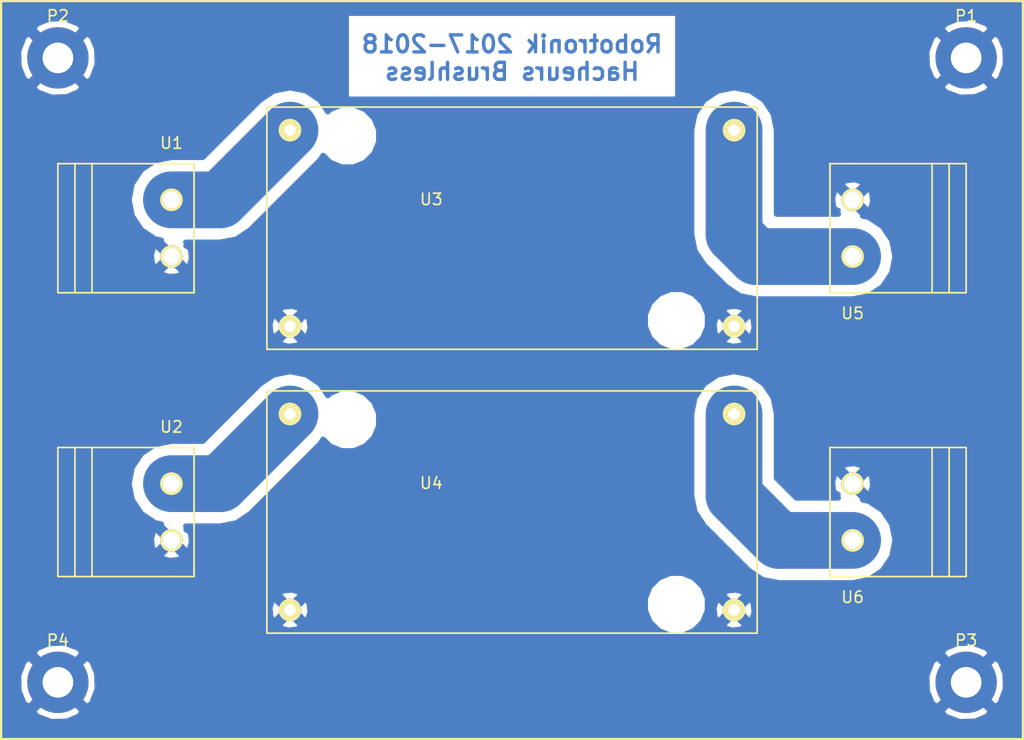
<source format=kicad_pcb>
(kicad_pcb (version 4) (host pcbnew 4.0.2+dfsg1-stable)

  (general
    (links 15)
    (no_connects 0)
    (area 134.591667 89.875 225.408334 155.100001)
    (thickness 1.6)
    (drawings 5)
    (tracks 10)
    (zones 0)
    (modules 10)
    (nets 6)
  )

  (page A4)
  (layers
    (0 F.Cu signal)
    (31 B.Cu signal)
    (32 B.Adhes user)
    (33 F.Adhes user)
    (34 B.Paste user)
    (35 F.Paste user)
    (36 B.SilkS user)
    (37 F.SilkS user)
    (38 B.Mask user)
    (39 F.Mask user)
    (40 Dwgs.User user)
    (41 Cmts.User user)
    (42 Eco1.User user)
    (43 Eco2.User user)
    (44 Edge.Cuts user)
    (45 Margin user)
    (46 B.CrtYd user)
    (47 F.CrtYd user)
    (48 B.Fab user)
    (49 F.Fab user)
  )

  (setup
    (last_trace_width 5)
    (trace_clearance 0.5)
    (zone_clearance 0.508)
    (zone_45_only no)
    (trace_min 0.2)
    (segment_width 0.2)
    (edge_width 0.15)
    (via_size 0.6)
    (via_drill 0.4)
    (via_min_size 0.4)
    (via_min_drill 0.3)
    (uvia_size 0.3)
    (uvia_drill 0.1)
    (uvias_allowed no)
    (uvia_min_size 0.2)
    (uvia_min_drill 0.1)
    (pcb_text_width 0.3)
    (pcb_text_size 1.5 1.5)
    (mod_edge_width 0.15)
    (mod_text_size 1 1)
    (mod_text_width 0.15)
    (pad_size 1.524 1.524)
    (pad_drill 0.762)
    (pad_to_mask_clearance 0.2)
    (aux_axis_origin 0 0)
    (visible_elements FFFFFF7F)
    (pcbplotparams
      (layerselection 0x00000_80000000)
      (usegerberextensions false)
      (excludeedgelayer true)
      (linewidth 0.100000)
      (plotframeref false)
      (viasonmask false)
      (mode 1)
      (useauxorigin false)
      (hpglpennumber 1)
      (hpglpenspeed 20)
      (hpglpendiameter 15)
      (hpglpenoverlay 2)
      (psnegative false)
      (psa4output false)
      (plotreference true)
      (plotvalue true)
      (plotinvisibletext false)
      (padsonsilk false)
      (subtractmaskfromsilk false)
      (outputformat 4)
      (mirror false)
      (drillshape 2)
      (scaleselection 1)
      (outputdirectory ""))
  )

  (net 0 "")
  (net 1 GND)
  (net 2 "Net-(U1-Pad1)")
  (net 3 "Net-(U2-Pad1)")
  (net 4 "Net-(U3-Pad4)")
  (net 5 "Net-(U4-Pad4)")

  (net_class Default "This is the default net class."
    (clearance 0.5)
    (trace_width 5)
    (via_dia 0.6)
    (via_drill 0.4)
    (uvia_dia 0.3)
    (uvia_drill 0.1)
    (add_net GND)
    (add_net "Net-(U1-Pad1)")
    (add_net "Net-(U2-Pad1)")
    (add_net "Net-(U3-Pad4)")
    (add_net "Net-(U4-Pad4)")
  )

  (module Mounting_Holes:MountingHole_2.7mm_Pad (layer F.Cu) (tedit 56D1B4CB) (tstamp 5A78CE3E)
    (at 220 95)
    (descr "Mounting Hole 2.7mm")
    (tags "mounting hole 2.7mm")
    (path /5A78CED5)
    (fp_text reference P1 (at 0 -3.7) (layer F.SilkS)
      (effects (font (size 1 1) (thickness 0.15)))
    )
    (fp_text value CONN_01X01 (at 0 3.7) (layer F.Fab)
      (effects (font (size 1 1) (thickness 0.15)))
    )
    (fp_circle (center 0 0) (end 2.7 0) (layer Cmts.User) (width 0.15))
    (fp_circle (center 0 0) (end 2.95 0) (layer F.CrtYd) (width 0.05))
    (pad 1 thru_hole circle (at 0 0) (size 5.4 5.4) (drill 2.7) (layers *.Cu *.Mask)
      (net 1 GND))
  )

  (module Mounting_Holes:MountingHole_2.7mm_Pad (layer F.Cu) (tedit 56D1B4CB) (tstamp 5A78CE43)
    (at 140 95)
    (descr "Mounting Hole 2.7mm")
    (tags "mounting hole 2.7mm")
    (path /5A78D273)
    (fp_text reference P2 (at 0 -3.7) (layer F.SilkS)
      (effects (font (size 1 1) (thickness 0.15)))
    )
    (fp_text value CONN_01X01 (at 0 3.7) (layer F.Fab)
      (effects (font (size 1 1) (thickness 0.15)))
    )
    (fp_circle (center 0 0) (end 2.7 0) (layer Cmts.User) (width 0.15))
    (fp_circle (center 0 0) (end 2.95 0) (layer F.CrtYd) (width 0.05))
    (pad 1 thru_hole circle (at 0 0) (size 5.4 5.4) (drill 2.7) (layers *.Cu *.Mask)
      (net 1 GND))
  )

  (module Mounting_Holes:MountingHole_2.7mm_Pad (layer F.Cu) (tedit 56D1B4CB) (tstamp 5A78CE48)
    (at 220 150)
    (descr "Mounting Hole 2.7mm")
    (tags "mounting hole 2.7mm")
    (path /5A78D3BE)
    (fp_text reference P3 (at 0 -3.7) (layer F.SilkS)
      (effects (font (size 1 1) (thickness 0.15)))
    )
    (fp_text value CONN_01X01 (at 0 3.7) (layer F.Fab)
      (effects (font (size 1 1) (thickness 0.15)))
    )
    (fp_circle (center 0 0) (end 2.7 0) (layer Cmts.User) (width 0.15))
    (fp_circle (center 0 0) (end 2.95 0) (layer F.CrtYd) (width 0.05))
    (pad 1 thru_hole circle (at 0 0) (size 5.4 5.4) (drill 2.7) (layers *.Cu *.Mask)
      (net 1 GND))
  )

  (module Mounting_Holes:MountingHole_2.7mm_Pad (layer F.Cu) (tedit 56D1B4CB) (tstamp 5A78CE4D)
    (at 140 150)
    (descr "Mounting Hole 2.7mm")
    (tags "mounting hole 2.7mm")
    (path /5A78D325)
    (fp_text reference P4 (at 0 -3.7) (layer F.SilkS)
      (effects (font (size 1 1) (thickness 0.15)))
    )
    (fp_text value CONN_01X01 (at 0 3.7) (layer F.Fab)
      (effects (font (size 1 1) (thickness 0.15)))
    )
    (fp_circle (center 0 0) (end 2.7 0) (layer Cmts.User) (width 0.15))
    (fp_circle (center 0 0) (end 2.95 0) (layer F.CrtYd) (width 0.05))
    (pad 1 thru_hole circle (at 0 0) (size 5.4 5.4) (drill 2.7) (layers *.Cu *.Mask)
      (net 1 GND))
  )

  (module "dsn2596:B plug 5mm" (layer F.Cu) (tedit 57092EFC) (tstamp 5A78CE53)
    (at 150 110)
    (path /5A78CDC2)
    (fp_text reference U1 (at 0 -7.5) (layer F.SilkS)
      (effects (font (size 1 1) (thickness 0.15)))
    )
    (fp_text value B_Plug_5mm (at 0 -9.5) (layer F.Fab)
      (effects (font (size 1 1) (thickness 0.15)))
    )
    (fp_line (start -8.5 -5.685) (end -8.5 5.685) (layer F.SilkS) (width 0.15))
    (fp_line (start -7 -5.685) (end -7 5.685) (layer F.SilkS) (width 0.15))
    (fp_line (start -10 5.685) (end 0 5.685) (layer F.SilkS) (width 0.15))
    (fp_line (start -10 -5.685) (end -10 5.685) (layer F.SilkS) (width 0.15))
    (fp_line (start 0 -5.685) (end -10 -5.685) (layer F.SilkS) (width 0.15))
    (fp_line (start 2 5.685) (end 0 5.685) (layer F.SilkS) (width 0.15))
    (fp_line (start 2 -5.685) (end 2 5.685) (layer F.SilkS) (width 0.15))
    (fp_line (start 0 -5.685) (end 2 -5.685) (layer F.SilkS) (width 0.15))
    (fp_line (start 2 -5.685) (end 2 5.685) (layer F.SilkS) (width 0.15))
    (pad 1 thru_hole circle (at 0 -2.5) (size 2 2) (drill 1.5) (layers *.Cu *.Mask F.SilkS)
      (net 2 "Net-(U1-Pad1)"))
    (pad 2 thru_hole circle (at 0 2.5) (size 2 2) (drill 1.5) (layers *.Cu *.Mask F.SilkS)
      (net 1 GND))
  )

  (module "dsn2596:B plug 5mm" (layer F.Cu) (tedit 57092EFC) (tstamp 5A78CE59)
    (at 150 135)
    (path /5A78CE4D)
    (fp_text reference U2 (at 0 -7.5) (layer F.SilkS)
      (effects (font (size 1 1) (thickness 0.15)))
    )
    (fp_text value B_Plug_5mm (at 0 -9.5) (layer F.Fab)
      (effects (font (size 1 1) (thickness 0.15)))
    )
    (fp_line (start -8.5 -5.685) (end -8.5 5.685) (layer F.SilkS) (width 0.15))
    (fp_line (start -7 -5.685) (end -7 5.685) (layer F.SilkS) (width 0.15))
    (fp_line (start -10 5.685) (end 0 5.685) (layer F.SilkS) (width 0.15))
    (fp_line (start -10 -5.685) (end -10 5.685) (layer F.SilkS) (width 0.15))
    (fp_line (start 0 -5.685) (end -10 -5.685) (layer F.SilkS) (width 0.15))
    (fp_line (start 2 5.685) (end 0 5.685) (layer F.SilkS) (width 0.15))
    (fp_line (start 2 -5.685) (end 2 5.685) (layer F.SilkS) (width 0.15))
    (fp_line (start 0 -5.685) (end 2 -5.685) (layer F.SilkS) (width 0.15))
    (fp_line (start 2 -5.685) (end 2 5.685) (layer F.SilkS) (width 0.15))
    (pad 1 thru_hole circle (at 0 -2.5) (size 2 2) (drill 1.5) (layers *.Cu *.Mask F.SilkS)
      (net 3 "Net-(U2-Pad1)"))
    (pad 2 thru_hole circle (at 0 2.5) (size 2 2) (drill 1.5) (layers *.Cu *.Mask F.SilkS)
      (net 1 GND))
  )

  (module dsn2596:DSN2596 (layer F.Cu) (tedit 5704CEDC) (tstamp 5A78CE63)
    (at 180 110)
    (path /5A78CD33)
    (fp_text reference U3 (at -7.112 -2.54) (layer F.SilkS)
      (effects (font (size 1 1) (thickness 0.15)))
    )
    (fp_text value DSN2596 (at -7.366 -5.08) (layer F.Fab)
      (effects (font (size 1 1) (thickness 0.15)))
    )
    (fp_line (start 21.59 10.668) (end -21.59 10.668) (layer F.SilkS) (width 0.15))
    (fp_line (start -21.59 -10.668) (end 21.59 -10.668) (layer F.SilkS) (width 0.15))
    (fp_line (start -7.62 0.508) (end -7.62 5.334) (layer B.Paste) (width 0.15))
    (fp_line (start -9.398 0.508) (end -9.398 5.334) (layer B.Paste) (width 0.15))
    (fp_line (start -5.842 0.508) (end -5.842 5.334) (layer B.Paste) (width 0.15))
    (fp_line (start -4.318 0.508) (end -4.318 5.334) (layer B.Paste) (width 0.15))
    (fp_line (start -10.922 0.508) (end -10.922 5.334) (layer B.Paste) (width 0.15))
    (fp_circle (center -17.018 1.016) (end -13.97 3.048) (layer B.Paste) (width 0.15))
    (fp_circle (center 17.78 -2.286) (end 20.066 0.254) (layer B.Paste) (width 0.15))
    (fp_line (start -3.048 0.508) (end -3.048 -8.128) (layer B.Paste) (width 0.15))
    (fp_line (start -3.048 -8.128) (end -11.938 -8.128) (layer B.Paste) (width 0.15))
    (fp_line (start -11.938 -8.128) (end -11.938 0.254) (layer B.Paste) (width 0.15))
    (fp_line (start -11.938 0.254) (end -11.938 0.508) (layer B.Paste) (width 0.15))
    (fp_line (start -11.938 0.508) (end -3.048 0.508) (layer B.Paste) (width 0.15))
    (fp_line (start -1.27 -4.318) (end -1.27 9.144) (layer B.Paste) (width 0.15))
    (fp_line (start -1.27 9.144) (end 12.446 9.144) (layer B.Paste) (width 0.15))
    (fp_line (start 12.446 9.144) (end 12.446 -4.318) (layer B.Paste) (width 0.15))
    (fp_line (start 12.446 -4.318) (end -1.27 -4.318) (layer B.Paste) (width 0.15))
    (fp_line (start 13.462 -5.842) (end 2.032 -5.842) (layer B.Paste) (width 0.15))
    (fp_line (start 2.032 -5.842) (end 2.032 -9.652) (layer B.Paste) (width 0.15))
    (fp_line (start 2.032 -9.652) (end 13.462 -9.652) (layer B.Paste) (width 0.15))
    (fp_line (start 13.462 -9.652) (end 13.462 -5.842) (layer B.Paste) (width 0.15))
    (fp_line (start 21.59 -10.668) (end 21.59 10.668) (layer F.SilkS) (width 0.15))
    (fp_line (start -21.59 10.668) (end -21.59 -10.668) (layer F.SilkS) (width 0.15))
    (pad 1 thru_hole circle (at -19.558 -8.636) (size 2 2) (drill 1) (layers *.Cu *.Mask F.SilkS)
      (net 2 "Net-(U1-Pad1)"))
    (pad 4 thru_hole circle (at 19.558 -8.636) (size 2 2) (drill 1) (layers *.Cu *.Mask F.SilkS)
      (net 4 "Net-(U3-Pad4)"))
    (pad 3 thru_hole circle (at 19.558 8.636) (size 2 2) (drill 1) (layers *.Cu *.Mask F.SilkS)
      (net 1 GND))
    (pad 2 thru_hole circle (at -19.558 8.636) (size 2 2) (drill 1) (layers *.Cu *.Mask F.SilkS)
      (net 1 GND))
    (pad "" np_thru_hole circle (at 14.478 8.128) (size 3 3) (drill 3) (layers *.Cu *.Mask F.SilkS))
    (pad "" np_thru_hole circle (at -14.478 -8.128) (size 3 3) (drill 3) (layers *.Cu *.Mask F.SilkS))
  )

  (module dsn2596:DSN2596 (layer F.Cu) (tedit 5704CEDC) (tstamp 5A78CE6D)
    (at 180 135)
    (path /5A78CDA3)
    (fp_text reference U4 (at -7.112 -2.54) (layer F.SilkS)
      (effects (font (size 1 1) (thickness 0.15)))
    )
    (fp_text value DSN2596 (at -7.366 -5.08) (layer F.Fab)
      (effects (font (size 1 1) (thickness 0.15)))
    )
    (fp_line (start 21.59 10.668) (end -21.59 10.668) (layer F.SilkS) (width 0.15))
    (fp_line (start -21.59 -10.668) (end 21.59 -10.668) (layer F.SilkS) (width 0.15))
    (fp_line (start -7.62 0.508) (end -7.62 5.334) (layer B.Paste) (width 0.15))
    (fp_line (start -9.398 0.508) (end -9.398 5.334) (layer B.Paste) (width 0.15))
    (fp_line (start -5.842 0.508) (end -5.842 5.334) (layer B.Paste) (width 0.15))
    (fp_line (start -4.318 0.508) (end -4.318 5.334) (layer B.Paste) (width 0.15))
    (fp_line (start -10.922 0.508) (end -10.922 5.334) (layer B.Paste) (width 0.15))
    (fp_circle (center -17.018 1.016) (end -13.97 3.048) (layer B.Paste) (width 0.15))
    (fp_circle (center 17.78 -2.286) (end 20.066 0.254) (layer B.Paste) (width 0.15))
    (fp_line (start -3.048 0.508) (end -3.048 -8.128) (layer B.Paste) (width 0.15))
    (fp_line (start -3.048 -8.128) (end -11.938 -8.128) (layer B.Paste) (width 0.15))
    (fp_line (start -11.938 -8.128) (end -11.938 0.254) (layer B.Paste) (width 0.15))
    (fp_line (start -11.938 0.254) (end -11.938 0.508) (layer B.Paste) (width 0.15))
    (fp_line (start -11.938 0.508) (end -3.048 0.508) (layer B.Paste) (width 0.15))
    (fp_line (start -1.27 -4.318) (end -1.27 9.144) (layer B.Paste) (width 0.15))
    (fp_line (start -1.27 9.144) (end 12.446 9.144) (layer B.Paste) (width 0.15))
    (fp_line (start 12.446 9.144) (end 12.446 -4.318) (layer B.Paste) (width 0.15))
    (fp_line (start 12.446 -4.318) (end -1.27 -4.318) (layer B.Paste) (width 0.15))
    (fp_line (start 13.462 -5.842) (end 2.032 -5.842) (layer B.Paste) (width 0.15))
    (fp_line (start 2.032 -5.842) (end 2.032 -9.652) (layer B.Paste) (width 0.15))
    (fp_line (start 2.032 -9.652) (end 13.462 -9.652) (layer B.Paste) (width 0.15))
    (fp_line (start 13.462 -9.652) (end 13.462 -5.842) (layer B.Paste) (width 0.15))
    (fp_line (start 21.59 -10.668) (end 21.59 10.668) (layer F.SilkS) (width 0.15))
    (fp_line (start -21.59 10.668) (end -21.59 -10.668) (layer F.SilkS) (width 0.15))
    (pad 1 thru_hole circle (at -19.558 -8.636) (size 2 2) (drill 1) (layers *.Cu *.Mask F.SilkS)
      (net 3 "Net-(U2-Pad1)"))
    (pad 4 thru_hole circle (at 19.558 -8.636) (size 2 2) (drill 1) (layers *.Cu *.Mask F.SilkS)
      (net 5 "Net-(U4-Pad4)"))
    (pad 3 thru_hole circle (at 19.558 8.636) (size 2 2) (drill 1) (layers *.Cu *.Mask F.SilkS)
      (net 1 GND))
    (pad 2 thru_hole circle (at -19.558 8.636) (size 2 2) (drill 1) (layers *.Cu *.Mask F.SilkS)
      (net 1 GND))
    (pad "" np_thru_hole circle (at 14.478 8.128) (size 3 3) (drill 3) (layers *.Cu *.Mask F.SilkS))
    (pad "" np_thru_hole circle (at -14.478 -8.128) (size 3 3) (drill 3) (layers *.Cu *.Mask F.SilkS))
  )

  (module "dsn2596:B plug 5mm" (layer F.Cu) (tedit 57092EFC) (tstamp 5A78CE73)
    (at 210 110 180)
    (path /5A78CE11)
    (fp_text reference U5 (at 0 -7.5 180) (layer F.SilkS)
      (effects (font (size 1 1) (thickness 0.15)))
    )
    (fp_text value B_Plug_5mm (at 0 -9.5 180) (layer F.Fab)
      (effects (font (size 1 1) (thickness 0.15)))
    )
    (fp_line (start -8.5 -5.685) (end -8.5 5.685) (layer F.SilkS) (width 0.15))
    (fp_line (start -7 -5.685) (end -7 5.685) (layer F.SilkS) (width 0.15))
    (fp_line (start -10 5.685) (end 0 5.685) (layer F.SilkS) (width 0.15))
    (fp_line (start -10 -5.685) (end -10 5.685) (layer F.SilkS) (width 0.15))
    (fp_line (start 0 -5.685) (end -10 -5.685) (layer F.SilkS) (width 0.15))
    (fp_line (start 2 5.685) (end 0 5.685) (layer F.SilkS) (width 0.15))
    (fp_line (start 2 -5.685) (end 2 5.685) (layer F.SilkS) (width 0.15))
    (fp_line (start 0 -5.685) (end 2 -5.685) (layer F.SilkS) (width 0.15))
    (fp_line (start 2 -5.685) (end 2 5.685) (layer F.SilkS) (width 0.15))
    (pad 1 thru_hole circle (at 0 -2.5 180) (size 2 2) (drill 1.5) (layers *.Cu *.Mask F.SilkS)
      (net 4 "Net-(U3-Pad4)"))
    (pad 2 thru_hole circle (at 0 2.5 180) (size 2 2) (drill 1.5) (layers *.Cu *.Mask F.SilkS)
      (net 1 GND))
  )

  (module "dsn2596:B plug 5mm" (layer F.Cu) (tedit 57092EFC) (tstamp 5A78CE79)
    (at 210 135 180)
    (path /5A78CE6F)
    (fp_text reference U6 (at 0 -7.5 180) (layer F.SilkS)
      (effects (font (size 1 1) (thickness 0.15)))
    )
    (fp_text value B_Plug_5mm (at 0 -9.5 180) (layer F.Fab)
      (effects (font (size 1 1) (thickness 0.15)))
    )
    (fp_line (start -8.5 -5.685) (end -8.5 5.685) (layer F.SilkS) (width 0.15))
    (fp_line (start -7 -5.685) (end -7 5.685) (layer F.SilkS) (width 0.15))
    (fp_line (start -10 5.685) (end 0 5.685) (layer F.SilkS) (width 0.15))
    (fp_line (start -10 -5.685) (end -10 5.685) (layer F.SilkS) (width 0.15))
    (fp_line (start 0 -5.685) (end -10 -5.685) (layer F.SilkS) (width 0.15))
    (fp_line (start 2 5.685) (end 0 5.685) (layer F.SilkS) (width 0.15))
    (fp_line (start 2 -5.685) (end 2 5.685) (layer F.SilkS) (width 0.15))
    (fp_line (start 0 -5.685) (end 2 -5.685) (layer F.SilkS) (width 0.15))
    (fp_line (start 2 -5.685) (end 2 5.685) (layer F.SilkS) (width 0.15))
    (pad 1 thru_hole circle (at 0 -2.5 180) (size 2 2) (drill 1.5) (layers *.Cu *.Mask F.SilkS)
      (net 5 "Net-(U4-Pad4)"))
    (pad 2 thru_hole circle (at 0 2.5 180) (size 2 2) (drill 1.5) (layers *.Cu *.Mask F.SilkS)
      (net 1 GND))
  )

  (gr_text "Robotronik 2017-2018\nHacheurs Brushless" (at 180 95) (layer B.Cu)
    (effects (font (size 1.5 1.5) (thickness 0.3)) (justify mirror))
  )
  (gr_line (start 225 155) (end 135 155) (angle 90) (layer F.SilkS) (width 0.2))
  (gr_line (start 225 90) (end 225 155) (angle 90) (layer F.SilkS) (width 0.2))
  (gr_line (start 135 90) (end 225 90) (angle 90) (layer F.SilkS) (width 0.2))
  (gr_line (start 135 155) (end 135 90) (angle 90) (layer F.SilkS) (width 0.2))

  (segment (start 150 107.5) (end 154.306 107.5) (width 5) (layer B.Cu) (net 2))
  (segment (start 154.306 107.5) (end 160.442 101.364) (width 5) (layer B.Cu) (net 2))
  (segment (start 160.442 126.364) (end 154.306 132.5) (width 5) (layer B.Cu) (net 3))
  (segment (start 154.306 132.5) (end 150 132.5) (width 5) (layer B.Cu) (net 3))
  (segment (start 199.558 110.558) (end 201.5 112.5) (width 5) (layer B.Cu) (net 4))
  (segment (start 201.5 112.5) (end 210 112.5) (width 5) (layer B.Cu) (net 4))
  (segment (start 199.558 101.364) (end 199.558 110.558) (width 5) (layer B.Cu) (net 4))
  (segment (start 199.558 133.558) (end 203.5 137.5) (width 5) (layer B.Cu) (net 5))
  (segment (start 203.5 137.5) (end 210 137.5) (width 5) (layer B.Cu) (net 5))
  (segment (start 199.558 126.364) (end 199.558 133.558) (width 5) (layer B.Cu) (net 5))

  (zone (net 1) (net_name GND) (layer B.Cu) (tstamp 0) (hatch edge 0.508)
    (connect_pads (clearance 1))
    (min_thickness 0.5)
    (fill yes (arc_segments 16) (thermal_gap 0.508) (thermal_bridge_width 1))
    (polygon
      (pts
        (xy 135 155) (xy 225 155) (xy 225 90) (xy 135 90)
      )
    )
    (filled_polygon
      (pts
        (xy 224.75 154.75) (xy 135.25 154.75) (xy 135.25 152.529226) (xy 137.824327 152.529226) (xy 138.135089 152.992155)
        (xy 139.422095 153.478061) (xy 140.797082 153.434464) (xy 141.864911 152.992155) (xy 142.175673 152.529226) (xy 217.824327 152.529226)
        (xy 218.135089 152.992155) (xy 219.422095 153.478061) (xy 220.797082 153.434464) (xy 221.864911 152.992155) (xy 222.175673 152.529226)
        (xy 220 150.353553) (xy 217.824327 152.529226) (xy 142.175673 152.529226) (xy 140 150.353553) (xy 137.824327 152.529226)
        (xy 135.25 152.529226) (xy 135.25 149.422095) (xy 136.521939 149.422095) (xy 136.565536 150.797082) (xy 137.007845 151.864911)
        (xy 137.470774 152.175673) (xy 139.646447 150) (xy 140.353553 150) (xy 142.529226 152.175673) (xy 142.992155 151.864911)
        (xy 143.478061 150.577905) (xy 143.441414 149.422095) (xy 216.521939 149.422095) (xy 216.565536 150.797082) (xy 217.007845 151.864911)
        (xy 217.470774 152.175673) (xy 219.646447 150) (xy 220.353553 150) (xy 222.529226 152.175673) (xy 222.992155 151.864911)
        (xy 223.478061 150.577905) (xy 223.434464 149.202918) (xy 222.992155 148.135089) (xy 222.529226 147.824327) (xy 220.353553 150)
        (xy 219.646447 150) (xy 217.470774 147.824327) (xy 217.007845 148.135089) (xy 216.521939 149.422095) (xy 143.441414 149.422095)
        (xy 143.434464 149.202918) (xy 142.992155 148.135089) (xy 142.529226 147.824327) (xy 140.353553 150) (xy 139.646447 150)
        (xy 137.470774 147.824327) (xy 137.007845 148.135089) (xy 136.521939 149.422095) (xy 135.25 149.422095) (xy 135.25 147.470774)
        (xy 137.824327 147.470774) (xy 140 149.646447) (xy 142.175673 147.470774) (xy 217.824327 147.470774) (xy 220 149.646447)
        (xy 222.175673 147.470774) (xy 221.864911 147.007845) (xy 220.577905 146.521939) (xy 219.202918 146.565536) (xy 218.135089 147.007845)
        (xy 217.824327 147.470774) (xy 142.175673 147.470774) (xy 141.864911 147.007845) (xy 140.577905 146.521939) (xy 139.202918 146.565536)
        (xy 138.135089 147.007845) (xy 137.824327 147.470774) (xy 135.25 147.470774) (xy 135.25 144.932357) (xy 159.499196 144.932357)
        (xy 159.600982 145.218888) (xy 160.270746 145.420241) (xy 160.966581 145.34996) (xy 161.283018 145.218888) (xy 161.384804 144.932357)
        (xy 160.442 143.989553) (xy 159.499196 144.932357) (xy 135.25 144.932357) (xy 135.25 143.464746) (xy 158.657759 143.464746)
        (xy 158.72804 144.160581) (xy 158.859112 144.477018) (xy 159.145643 144.578804) (xy 160.088447 143.636) (xy 160.795553 143.636)
        (xy 161.738357 144.578804) (xy 162.024888 144.477018) (xy 162.226241 143.807254) (xy 162.212642 143.672609) (xy 191.727523 143.672609)
        (xy 192.145304 144.683715) (xy 192.918216 145.457977) (xy 193.928591 145.877522) (xy 195.022609 145.878477) (xy 196.033715 145.460696)
        (xy 196.562976 144.932357) (xy 198.615196 144.932357) (xy 198.716982 145.218888) (xy 199.386746 145.420241) (xy 200.082581 145.34996)
        (xy 200.399018 145.218888) (xy 200.500804 144.932357) (xy 199.558 143.989553) (xy 198.615196 144.932357) (xy 196.562976 144.932357)
        (xy 196.807977 144.687784) (xy 197.227522 143.677409) (xy 197.227707 143.464746) (xy 197.773759 143.464746) (xy 197.84404 144.160581)
        (xy 197.975112 144.477018) (xy 198.261643 144.578804) (xy 199.204447 143.636) (xy 199.911553 143.636) (xy 200.854357 144.578804)
        (xy 201.140888 144.477018) (xy 201.342241 143.807254) (xy 201.27196 143.111419) (xy 201.140888 142.794982) (xy 200.854357 142.693196)
        (xy 199.911553 143.636) (xy 199.204447 143.636) (xy 198.261643 142.693196) (xy 197.975112 142.794982) (xy 197.773759 143.464746)
        (xy 197.227707 143.464746) (xy 197.228477 142.583391) (xy 197.127763 142.339643) (xy 198.615196 142.339643) (xy 199.558 143.282447)
        (xy 200.500804 142.339643) (xy 200.399018 142.053112) (xy 199.729254 141.851759) (xy 199.033419 141.92204) (xy 198.716982 142.053112)
        (xy 198.615196 142.339643) (xy 197.127763 142.339643) (xy 196.810696 141.572285) (xy 196.037784 140.798023) (xy 195.027409 140.378478)
        (xy 193.933391 140.377523) (xy 192.922285 140.795304) (xy 192.148023 141.568216) (xy 191.728478 142.578591) (xy 191.727523 143.672609)
        (xy 162.212642 143.672609) (xy 162.15596 143.111419) (xy 162.024888 142.794982) (xy 161.738357 142.693196) (xy 160.795553 143.636)
        (xy 160.088447 143.636) (xy 159.145643 142.693196) (xy 158.859112 142.794982) (xy 158.657759 143.464746) (xy 135.25 143.464746)
        (xy 135.25 142.339643) (xy 159.499196 142.339643) (xy 160.442 143.282447) (xy 161.384804 142.339643) (xy 161.283018 142.053112)
        (xy 160.613254 141.851759) (xy 159.917419 141.92204) (xy 159.600982 142.053112) (xy 159.499196 142.339643) (xy 135.25 142.339643)
        (xy 135.25 138.796357) (xy 149.057196 138.796357) (xy 149.158982 139.082888) (xy 149.828746 139.284241) (xy 150.524581 139.21396)
        (xy 150.841018 139.082888) (xy 150.942804 138.796357) (xy 150 137.853553) (xy 149.057196 138.796357) (xy 135.25 138.796357)
        (xy 135.25 137.328746) (xy 148.215759 137.328746) (xy 148.28604 138.024581) (xy 148.417112 138.341018) (xy 148.703643 138.442804)
        (xy 149.646447 137.5) (xy 148.703643 136.557196) (xy 148.417112 136.658982) (xy 148.215759 137.328746) (xy 135.25 137.328746)
        (xy 135.25 132.5) (xy 146.25 132.5) (xy 146.535452 133.935063) (xy 147.34835 135.15165) (xy 148.564937 135.964548)
        (xy 149.104038 136.071782) (xy 149.057196 136.203643) (xy 150 137.146447) (xy 150.014143 137.132305) (xy 150.367696 137.485858)
        (xy 150.353553 137.5) (xy 151.296357 138.442804) (xy 151.582888 138.341018) (xy 151.784241 137.671254) (xy 151.71396 136.975419)
        (xy 151.582888 136.658982) (xy 151.296359 136.557197) (xy 151.440762 136.412794) (xy 151.277968 136.25) (xy 154.306 136.25)
        (xy 155.741063 135.964548) (xy 156.95765 135.15165) (xy 163.09365 129.015651) (xy 163.367333 128.606055) (xy 163.962216 129.201977)
        (xy 164.972591 129.621522) (xy 166.066609 129.622477) (xy 167.077715 129.204696) (xy 167.851977 128.431784) (xy 168.271522 127.421409)
        (xy 168.272445 126.364) (xy 195.808 126.364) (xy 195.808 133.558) (xy 195.977189 134.408569) (xy 196.093452 134.993063)
        (xy 196.90635 136.20965) (xy 200.84835 140.151651) (xy 201.815715 140.798023) (xy 202.064937 140.964548) (xy 203.5 141.25)
        (xy 210 141.25) (xy 211.435063 140.964548) (xy 212.65165 140.15165) (xy 213.464548 138.935063) (xy 213.75 137.5)
        (xy 213.464548 136.064937) (xy 212.65165 134.84835) (xy 211.435063 134.035452) (xy 210.895962 133.928218) (xy 210.942804 133.796357)
        (xy 210 132.853553) (xy 209.985858 132.867696) (xy 209.632305 132.514143) (xy 209.646447 132.5) (xy 210.353553 132.5)
        (xy 211.296357 133.442804) (xy 211.582888 133.341018) (xy 211.784241 132.671254) (xy 211.71396 131.975419) (xy 211.582888 131.658982)
        (xy 211.296357 131.557196) (xy 210.353553 132.5) (xy 209.646447 132.5) (xy 208.703643 131.557196) (xy 208.417112 131.658982)
        (xy 208.215759 132.328746) (xy 208.28604 133.024581) (xy 208.417112 133.341018) (xy 208.703641 133.442803) (xy 208.559238 133.587206)
        (xy 208.722032 133.75) (xy 205.053301 133.75) (xy 203.308 132.0047) (xy 203.308 131.203643) (xy 209.057196 131.203643)
        (xy 210 132.146447) (xy 210.942804 131.203643) (xy 210.841018 130.917112) (xy 210.171254 130.715759) (xy 209.475419 130.78604)
        (xy 209.158982 130.917112) (xy 209.057196 131.203643) (xy 203.308 131.203643) (xy 203.308 126.364) (xy 203.022548 124.928937)
        (xy 202.20965 123.71235) (xy 200.993063 122.899452) (xy 199.558 122.614) (xy 198.122937 122.899452) (xy 196.90635 123.71235)
        (xy 196.093452 124.928937) (xy 195.808 126.364) (xy 168.272445 126.364) (xy 168.272477 126.327391) (xy 167.854696 125.316285)
        (xy 167.081784 124.542023) (xy 166.071409 124.122478) (xy 164.977391 124.121523) (xy 163.966285 124.539304) (xy 163.774276 124.730979)
        (xy 163.09365 123.71235) (xy 161.877062 122.899452) (xy 160.442 122.614001) (xy 159.006937 122.899452) (xy 157.790349 123.71235)
        (xy 152.7527 128.75) (xy 150 128.75) (xy 148.564937 129.035452) (xy 147.34835 129.84835) (xy 146.535452 131.064937)
        (xy 146.25 132.5) (xy 135.25 132.5) (xy 135.25 119.932357) (xy 159.499196 119.932357) (xy 159.600982 120.218888)
        (xy 160.270746 120.420241) (xy 160.966581 120.34996) (xy 161.283018 120.218888) (xy 161.384804 119.932357) (xy 160.442 118.989553)
        (xy 159.499196 119.932357) (xy 135.25 119.932357) (xy 135.25 118.464746) (xy 158.657759 118.464746) (xy 158.72804 119.160581)
        (xy 158.859112 119.477018) (xy 159.145643 119.578804) (xy 160.088447 118.636) (xy 160.795553 118.636) (xy 161.738357 119.578804)
        (xy 162.024888 119.477018) (xy 162.226241 118.807254) (xy 162.212642 118.672609) (xy 191.727523 118.672609) (xy 192.145304 119.683715)
        (xy 192.918216 120.457977) (xy 193.928591 120.877522) (xy 195.022609 120.878477) (xy 196.033715 120.460696) (xy 196.562976 119.932357)
        (xy 198.615196 119.932357) (xy 198.716982 120.218888) (xy 199.386746 120.420241) (xy 200.082581 120.34996) (xy 200.399018 120.218888)
        (xy 200.500804 119.932357) (xy 199.558 118.989553) (xy 198.615196 119.932357) (xy 196.562976 119.932357) (xy 196.807977 119.687784)
        (xy 197.227522 118.677409) (xy 197.227707 118.464746) (xy 197.773759 118.464746) (xy 197.84404 119.160581) (xy 197.975112 119.477018)
        (xy 198.261643 119.578804) (xy 199.204447 118.636) (xy 199.911553 118.636) (xy 200.854357 119.578804) (xy 201.140888 119.477018)
        (xy 201.342241 118.807254) (xy 201.27196 118.111419) (xy 201.140888 117.794982) (xy 200.854357 117.693196) (xy 199.911553 118.636)
        (xy 199.204447 118.636) (xy 198.261643 117.693196) (xy 197.975112 117.794982) (xy 197.773759 118.464746) (xy 197.227707 118.464746)
        (xy 197.228477 117.583391) (xy 197.127763 117.339643) (xy 198.615196 117.339643) (xy 199.558 118.282447) (xy 200.500804 117.339643)
        (xy 200.399018 117.053112) (xy 199.729254 116.851759) (xy 199.033419 116.92204) (xy 198.716982 117.053112) (xy 198.615196 117.339643)
        (xy 197.127763 117.339643) (xy 196.810696 116.572285) (xy 196.037784 115.798023) (xy 195.027409 115.378478) (xy 193.933391 115.377523)
        (xy 192.922285 115.795304) (xy 192.148023 116.568216) (xy 191.728478 117.578591) (xy 191.727523 118.672609) (xy 162.212642 118.672609)
        (xy 162.15596 118.111419) (xy 162.024888 117.794982) (xy 161.738357 117.693196) (xy 160.795553 118.636) (xy 160.088447 118.636)
        (xy 159.145643 117.693196) (xy 158.859112 117.794982) (xy 158.657759 118.464746) (xy 135.25 118.464746) (xy 135.25 117.339643)
        (xy 159.499196 117.339643) (xy 160.442 118.282447) (xy 161.384804 117.339643) (xy 161.283018 117.053112) (xy 160.613254 116.851759)
        (xy 159.917419 116.92204) (xy 159.600982 117.053112) (xy 159.499196 117.339643) (xy 135.25 117.339643) (xy 135.25 113.796357)
        (xy 149.057196 113.796357) (xy 149.158982 114.082888) (xy 149.828746 114.284241) (xy 150.524581 114.21396) (xy 150.841018 114.082888)
        (xy 150.942804 113.796357) (xy 150 112.853553) (xy 149.057196 113.796357) (xy 135.25 113.796357) (xy 135.25 112.328746)
        (xy 148.215759 112.328746) (xy 148.28604 113.024581) (xy 148.417112 113.341018) (xy 148.703643 113.442804) (xy 149.646447 112.5)
        (xy 148.703643 111.557196) (xy 148.417112 111.658982) (xy 148.215759 112.328746) (xy 135.25 112.328746) (xy 135.25 107.5)
        (xy 146.25 107.5) (xy 146.535452 108.935063) (xy 147.34835 110.15165) (xy 148.564937 110.964548) (xy 149.104038 111.071782)
        (xy 149.057196 111.203643) (xy 150 112.146447) (xy 150.014143 112.132305) (xy 150.367696 112.485858) (xy 150.353553 112.5)
        (xy 151.296357 113.442804) (xy 151.582888 113.341018) (xy 151.784241 112.671254) (xy 151.71396 111.975419) (xy 151.582888 111.658982)
        (xy 151.296359 111.557197) (xy 151.440762 111.412794) (xy 151.277968 111.25) (xy 154.306 111.25) (xy 155.741063 110.964548)
        (xy 156.95765 110.15165) (xy 163.09365 104.015651) (xy 163.367333 103.606055) (xy 163.962216 104.201977) (xy 164.972591 104.621522)
        (xy 166.066609 104.622477) (xy 167.077715 104.204696) (xy 167.851977 103.431784) (xy 168.271522 102.421409) (xy 168.272445 101.364)
        (xy 195.808 101.364) (xy 195.808 110.558) (xy 196.006753 111.557196) (xy 196.093452 111.993063) (xy 196.90635 113.20965)
        (xy 198.84835 115.151651) (xy 199.577641 115.638947) (xy 200.064937 115.964548) (xy 201.5 116.25) (xy 210 116.25)
        (xy 211.435063 115.964548) (xy 212.65165 115.15165) (xy 213.464548 113.935063) (xy 213.75 112.5) (xy 213.464548 111.064937)
        (xy 212.65165 109.84835) (xy 211.435063 109.035452) (xy 210.895962 108.928218) (xy 210.942804 108.796357) (xy 210 107.853553)
        (xy 209.985858 107.867696) (xy 209.632305 107.514143) (xy 209.646447 107.5) (xy 210.353553 107.5) (xy 211.296357 108.442804)
        (xy 211.582888 108.341018) (xy 211.784241 107.671254) (xy 211.71396 106.975419) (xy 211.582888 106.658982) (xy 211.296357 106.557196)
        (xy 210.353553 107.5) (xy 209.646447 107.5) (xy 208.703643 106.557196) (xy 208.417112 106.658982) (xy 208.215759 107.328746)
        (xy 208.28604 108.024581) (xy 208.417112 108.341018) (xy 208.703641 108.442803) (xy 208.559238 108.587206) (xy 208.722032 108.75)
        (xy 203.308 108.75) (xy 203.308 106.203643) (xy 209.057196 106.203643) (xy 210 107.146447) (xy 210.942804 106.203643)
        (xy 210.841018 105.917112) (xy 210.171254 105.715759) (xy 209.475419 105.78604) (xy 209.158982 105.917112) (xy 209.057196 106.203643)
        (xy 203.308 106.203643) (xy 203.308 101.364) (xy 203.022548 99.928937) (xy 202.20965 98.71235) (xy 200.993063 97.899452)
        (xy 199.558 97.614) (xy 198.122937 97.899452) (xy 196.90635 98.71235) (xy 196.093452 99.928937) (xy 195.808 101.364)
        (xy 168.272445 101.364) (xy 168.272477 101.327391) (xy 167.854696 100.316285) (xy 167.081784 99.542023) (xy 166.071409 99.122478)
        (xy 164.977391 99.121523) (xy 163.966285 99.539304) (xy 163.774276 99.730979) (xy 163.09365 98.71235) (xy 161.877062 97.899452)
        (xy 160.442 97.614001) (xy 159.006937 97.899452) (xy 157.790349 98.71235) (xy 152.7527 103.75) (xy 150 103.75)
        (xy 148.564937 104.035452) (xy 147.34835 104.84835) (xy 146.535452 106.064937) (xy 146.25 107.5) (xy 135.25 107.5)
        (xy 135.25 97.529226) (xy 137.824327 97.529226) (xy 138.135089 97.992155) (xy 139.422095 98.478061) (xy 140.797082 98.434464)
        (xy 141.864911 97.992155) (xy 142.175673 97.529226) (xy 140 95.353553) (xy 137.824327 97.529226) (xy 135.25 97.529226)
        (xy 135.25 94.422095) (xy 136.521939 94.422095) (xy 136.565536 95.797082) (xy 137.007845 96.864911) (xy 137.470774 97.175673)
        (xy 139.646447 95) (xy 140.353553 95) (xy 142.529226 97.175673) (xy 142.992155 96.864911) (xy 143.478061 95.577905)
        (xy 143.434464 94.202918) (xy 142.992155 93.135089) (xy 142.529226 92.824327) (xy 140.353553 95) (xy 139.646447 95)
        (xy 137.470774 92.824327) (xy 137.007845 93.135089) (xy 136.521939 94.422095) (xy 135.25 94.422095) (xy 135.25 92.470774)
        (xy 137.824327 92.470774) (xy 140 94.646447) (xy 142.175673 92.470774) (xy 141.864911 92.007845) (xy 140.577905 91.521939)
        (xy 139.202918 91.565536) (xy 138.135089 92.007845) (xy 137.824327 92.470774) (xy 135.25 92.470774) (xy 135.25 91.05)
        (xy 165.385716 91.05) (xy 165.385716 98.65) (xy 194.614285 98.65) (xy 194.614285 97.529226) (xy 217.824327 97.529226)
        (xy 218.135089 97.992155) (xy 219.422095 98.478061) (xy 220.797082 98.434464) (xy 221.864911 97.992155) (xy 222.175673 97.529226)
        (xy 220 95.353553) (xy 217.824327 97.529226) (xy 194.614285 97.529226) (xy 194.614285 94.422095) (xy 216.521939 94.422095)
        (xy 216.565536 95.797082) (xy 217.007845 96.864911) (xy 217.470774 97.175673) (xy 219.646447 95) (xy 220.353553 95)
        (xy 222.529226 97.175673) (xy 222.992155 96.864911) (xy 223.478061 95.577905) (xy 223.434464 94.202918) (xy 222.992155 93.135089)
        (xy 222.529226 92.824327) (xy 220.353553 95) (xy 219.646447 95) (xy 217.470774 92.824327) (xy 217.007845 93.135089)
        (xy 216.521939 94.422095) (xy 194.614285 94.422095) (xy 194.614285 92.470774) (xy 217.824327 92.470774) (xy 220 94.646447)
        (xy 222.175673 92.470774) (xy 221.864911 92.007845) (xy 220.577905 91.521939) (xy 219.202918 91.565536) (xy 218.135089 92.007845)
        (xy 217.824327 92.470774) (xy 194.614285 92.470774) (xy 194.614285 91.05) (xy 165.385716 91.05) (xy 135.25 91.05)
        (xy 135.25 90.25) (xy 224.75 90.25)
      )
    )
  )
)

</source>
